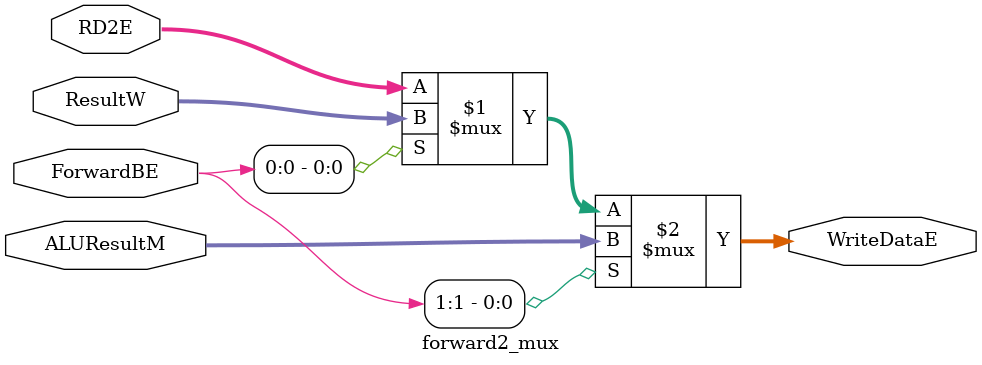
<source format=v>
`timescale 1ns / 1ps


module forward2_mux #
(
     parameter WIDTH = 8
) (
     input  [WIDTH-1:0] RD2E,
     input  [WIDTH-1:0] ResultW,
     input  [WIDTH-1:0] ALUResultM,
     input  [1:0]       ForwardBE,
     output [WIDTH-1:0] WriteDataE
);
     assign WriteDataE = ForwardBE[1] ? ALUResultM : (ForwardBE[0] ? ResultW : RD2E);
endmodule

</source>
